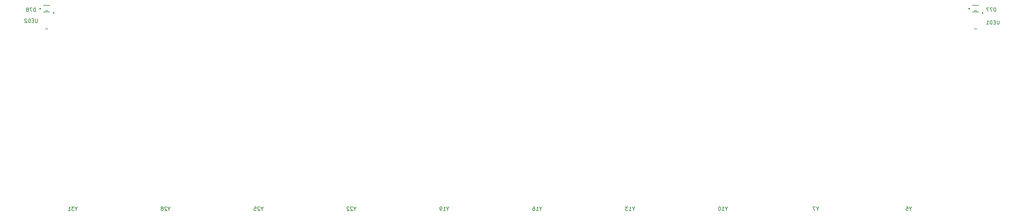
<source format=gbr>
%TF.GenerationSoftware,KiCad,Pcbnew,(5.1.5-0-10_14)*%
%TF.CreationDate,2021-01-27T10:41:07-07:00*%
%TF.ProjectId,NFCPower10,4e464350-6f77-4657-9231-302e6b696361,2*%
%TF.SameCoordinates,Original*%
%TF.FileFunction,Legend,Bot*%
%TF.FilePolarity,Positive*%
%FSLAX46Y46*%
G04 Gerber Fmt 4.6, Leading zero omitted, Abs format (unit mm)*
G04 Created by KiCad (PCBNEW (5.1.5-0-10_14)) date 2021-01-27 10:41:07*
%MOMM*%
%LPD*%
G04 APERTURE LIST*
%ADD10C,0.150000*%
%ADD11C,0.250000*%
G04 APERTURE END LIST*
D10*
%TO.C,UED2*%
X88825000Y-90450000D02*
X88175000Y-90450000D01*
X88825000Y-85550000D02*
X88175000Y-85550000D01*
D11*
X90525000Y-86125000D02*
G75*
G03X90525000Y-86125000I-125000J0D01*
G01*
D10*
%TO.C,UED1*%
X338825000Y-90450000D02*
X338175000Y-90450000D01*
X338825000Y-85550000D02*
X338175000Y-85550000D01*
D11*
X340525000Y-86125000D02*
G75*
G03X340525000Y-86125000I-125000J0D01*
G01*
D10*
%TO.C,D78*%
X87650000Y-85875000D02*
X89350000Y-85875000D01*
X87650000Y-84125000D02*
X89350000Y-84125000D01*
D11*
X86900000Y-85000000D02*
G75*
G03X86900000Y-85000000I-125000J0D01*
G01*
D10*
%TO.C,D77*%
X337650000Y-85875000D02*
X339350000Y-85875000D01*
X337650000Y-84125000D02*
X339350000Y-84125000D01*
D11*
X336900000Y-85000000D02*
G75*
G03X336900000Y-85000000I-125000J0D01*
G01*
%TO.C,Y31*%
D10*
X96452380Y-138976190D02*
X96452380Y-139452380D01*
X96785714Y-138452380D02*
X96452380Y-138976190D01*
X96119047Y-138452380D01*
X95880952Y-138452380D02*
X95261904Y-138452380D01*
X95595238Y-138833333D01*
X95452380Y-138833333D01*
X95357142Y-138880952D01*
X95309523Y-138928571D01*
X95261904Y-139023809D01*
X95261904Y-139261904D01*
X95309523Y-139357142D01*
X95357142Y-139404761D01*
X95452380Y-139452380D01*
X95738095Y-139452380D01*
X95833333Y-139404761D01*
X95880952Y-139357142D01*
X94309523Y-139452380D02*
X94880952Y-139452380D01*
X94595238Y-139452380D02*
X94595238Y-138452380D01*
X94690476Y-138595238D01*
X94785714Y-138690476D01*
X94880952Y-138738095D01*
%TO.C,Y28*%
X121452380Y-138976190D02*
X121452380Y-139452380D01*
X121785714Y-138452380D02*
X121452380Y-138976190D01*
X121119047Y-138452380D01*
X120833333Y-138547619D02*
X120785714Y-138500000D01*
X120690476Y-138452380D01*
X120452380Y-138452380D01*
X120357142Y-138500000D01*
X120309523Y-138547619D01*
X120261904Y-138642857D01*
X120261904Y-138738095D01*
X120309523Y-138880952D01*
X120880952Y-139452380D01*
X120261904Y-139452380D01*
X119690476Y-138880952D02*
X119785714Y-138833333D01*
X119833333Y-138785714D01*
X119880952Y-138690476D01*
X119880952Y-138642857D01*
X119833333Y-138547619D01*
X119785714Y-138500000D01*
X119690476Y-138452380D01*
X119500000Y-138452380D01*
X119404761Y-138500000D01*
X119357142Y-138547619D01*
X119309523Y-138642857D01*
X119309523Y-138690476D01*
X119357142Y-138785714D01*
X119404761Y-138833333D01*
X119500000Y-138880952D01*
X119690476Y-138880952D01*
X119785714Y-138928571D01*
X119833333Y-138976190D01*
X119880952Y-139071428D01*
X119880952Y-139261904D01*
X119833333Y-139357142D01*
X119785714Y-139404761D01*
X119690476Y-139452380D01*
X119500000Y-139452380D01*
X119404761Y-139404761D01*
X119357142Y-139357142D01*
X119309523Y-139261904D01*
X119309523Y-139071428D01*
X119357142Y-138976190D01*
X119404761Y-138928571D01*
X119500000Y-138880952D01*
%TO.C,Y25*%
X146452380Y-138976190D02*
X146452380Y-139452380D01*
X146785714Y-138452380D02*
X146452380Y-138976190D01*
X146119047Y-138452380D01*
X145833333Y-138547619D02*
X145785714Y-138500000D01*
X145690476Y-138452380D01*
X145452380Y-138452380D01*
X145357142Y-138500000D01*
X145309523Y-138547619D01*
X145261904Y-138642857D01*
X145261904Y-138738095D01*
X145309523Y-138880952D01*
X145880952Y-139452380D01*
X145261904Y-139452380D01*
X144357142Y-138452380D02*
X144833333Y-138452380D01*
X144880952Y-138928571D01*
X144833333Y-138880952D01*
X144738095Y-138833333D01*
X144500000Y-138833333D01*
X144404761Y-138880952D01*
X144357142Y-138928571D01*
X144309523Y-139023809D01*
X144309523Y-139261904D01*
X144357142Y-139357142D01*
X144404761Y-139404761D01*
X144500000Y-139452380D01*
X144738095Y-139452380D01*
X144833333Y-139404761D01*
X144880952Y-139357142D01*
%TO.C,Y22*%
X171452380Y-138976190D02*
X171452380Y-139452380D01*
X171785714Y-138452380D02*
X171452380Y-138976190D01*
X171119047Y-138452380D01*
X170833333Y-138547619D02*
X170785714Y-138500000D01*
X170690476Y-138452380D01*
X170452380Y-138452380D01*
X170357142Y-138500000D01*
X170309523Y-138547619D01*
X170261904Y-138642857D01*
X170261904Y-138738095D01*
X170309523Y-138880952D01*
X170880952Y-139452380D01*
X170261904Y-139452380D01*
X169880952Y-138547619D02*
X169833333Y-138500000D01*
X169738095Y-138452380D01*
X169500000Y-138452380D01*
X169404761Y-138500000D01*
X169357142Y-138547619D01*
X169309523Y-138642857D01*
X169309523Y-138738095D01*
X169357142Y-138880952D01*
X169928571Y-139452380D01*
X169309523Y-139452380D01*
%TO.C,Y19*%
X196452380Y-138976190D02*
X196452380Y-139452380D01*
X196785714Y-138452380D02*
X196452380Y-138976190D01*
X196119047Y-138452380D01*
X195261904Y-139452380D02*
X195833333Y-139452380D01*
X195547619Y-139452380D02*
X195547619Y-138452380D01*
X195642857Y-138595238D01*
X195738095Y-138690476D01*
X195833333Y-138738095D01*
X194785714Y-139452380D02*
X194595238Y-139452380D01*
X194500000Y-139404761D01*
X194452380Y-139357142D01*
X194357142Y-139214285D01*
X194309523Y-139023809D01*
X194309523Y-138642857D01*
X194357142Y-138547619D01*
X194404761Y-138500000D01*
X194500000Y-138452380D01*
X194690476Y-138452380D01*
X194785714Y-138500000D01*
X194833333Y-138547619D01*
X194880952Y-138642857D01*
X194880952Y-138880952D01*
X194833333Y-138976190D01*
X194785714Y-139023809D01*
X194690476Y-139071428D01*
X194500000Y-139071428D01*
X194404761Y-139023809D01*
X194357142Y-138976190D01*
X194309523Y-138880952D01*
%TO.C,Y16*%
X221452380Y-138976190D02*
X221452380Y-139452380D01*
X221785714Y-138452380D02*
X221452380Y-138976190D01*
X221119047Y-138452380D01*
X220261904Y-139452380D02*
X220833333Y-139452380D01*
X220547619Y-139452380D02*
X220547619Y-138452380D01*
X220642857Y-138595238D01*
X220738095Y-138690476D01*
X220833333Y-138738095D01*
X219404761Y-138452380D02*
X219595238Y-138452380D01*
X219690476Y-138500000D01*
X219738095Y-138547619D01*
X219833333Y-138690476D01*
X219880952Y-138880952D01*
X219880952Y-139261904D01*
X219833333Y-139357142D01*
X219785714Y-139404761D01*
X219690476Y-139452380D01*
X219500000Y-139452380D01*
X219404761Y-139404761D01*
X219357142Y-139357142D01*
X219309523Y-139261904D01*
X219309523Y-139023809D01*
X219357142Y-138928571D01*
X219404761Y-138880952D01*
X219500000Y-138833333D01*
X219690476Y-138833333D01*
X219785714Y-138880952D01*
X219833333Y-138928571D01*
X219880952Y-139023809D01*
%TO.C,Y13*%
X246452380Y-138976190D02*
X246452380Y-139452380D01*
X246785714Y-138452380D02*
X246452380Y-138976190D01*
X246119047Y-138452380D01*
X245261904Y-139452380D02*
X245833333Y-139452380D01*
X245547619Y-139452380D02*
X245547619Y-138452380D01*
X245642857Y-138595238D01*
X245738095Y-138690476D01*
X245833333Y-138738095D01*
X244928571Y-138452380D02*
X244309523Y-138452380D01*
X244642857Y-138833333D01*
X244500000Y-138833333D01*
X244404761Y-138880952D01*
X244357142Y-138928571D01*
X244309523Y-139023809D01*
X244309523Y-139261904D01*
X244357142Y-139357142D01*
X244404761Y-139404761D01*
X244500000Y-139452380D01*
X244785714Y-139452380D01*
X244880952Y-139404761D01*
X244928571Y-139357142D01*
%TO.C,Y10*%
X271452380Y-138976190D02*
X271452380Y-139452380D01*
X271785714Y-138452380D02*
X271452380Y-138976190D01*
X271119047Y-138452380D01*
X270261904Y-139452380D02*
X270833333Y-139452380D01*
X270547619Y-139452380D02*
X270547619Y-138452380D01*
X270642857Y-138595238D01*
X270738095Y-138690476D01*
X270833333Y-138738095D01*
X269642857Y-138452380D02*
X269547619Y-138452380D01*
X269452380Y-138500000D01*
X269404761Y-138547619D01*
X269357142Y-138642857D01*
X269309523Y-138833333D01*
X269309523Y-139071428D01*
X269357142Y-139261904D01*
X269404761Y-139357142D01*
X269452380Y-139404761D01*
X269547619Y-139452380D01*
X269642857Y-139452380D01*
X269738095Y-139404761D01*
X269785714Y-139357142D01*
X269833333Y-139261904D01*
X269880952Y-139071428D01*
X269880952Y-138833333D01*
X269833333Y-138642857D01*
X269785714Y-138547619D01*
X269738095Y-138500000D01*
X269642857Y-138452380D01*
%TO.C,Y7*%
X295976190Y-138976190D02*
X295976190Y-139452380D01*
X296309523Y-138452380D02*
X295976190Y-138976190D01*
X295642857Y-138452380D01*
X295404761Y-138452380D02*
X294738095Y-138452380D01*
X295166666Y-139452380D01*
%TO.C,Y5*%
X320976190Y-138976190D02*
X320976190Y-139452380D01*
X321309523Y-138452380D02*
X320976190Y-138976190D01*
X320642857Y-138452380D01*
X319833333Y-138452380D02*
X320309523Y-138452380D01*
X320357142Y-138928571D01*
X320309523Y-138880952D01*
X320214285Y-138833333D01*
X319976190Y-138833333D01*
X319880952Y-138880952D01*
X319833333Y-138928571D01*
X319785714Y-139023809D01*
X319785714Y-139261904D01*
X319833333Y-139357142D01*
X319880952Y-139404761D01*
X319976190Y-139452380D01*
X320214285Y-139452380D01*
X320309523Y-139404761D01*
X320357142Y-139357142D01*
%TO.C,UED2*%
X86063804Y-87764780D02*
X86063804Y-88574304D01*
X86016185Y-88669542D01*
X85968566Y-88717161D01*
X85873328Y-88764780D01*
X85682852Y-88764780D01*
X85587614Y-88717161D01*
X85539995Y-88669542D01*
X85492376Y-88574304D01*
X85492376Y-87764780D01*
X85016185Y-88240971D02*
X84682852Y-88240971D01*
X84539995Y-88764780D02*
X85016185Y-88764780D01*
X85016185Y-87764780D01*
X84539995Y-87764780D01*
X84111423Y-88764780D02*
X84111423Y-87764780D01*
X83873328Y-87764780D01*
X83730471Y-87812400D01*
X83635233Y-87907638D01*
X83587614Y-88002876D01*
X83539995Y-88193352D01*
X83539995Y-88336209D01*
X83587614Y-88526685D01*
X83635233Y-88621923D01*
X83730471Y-88717161D01*
X83873328Y-88764780D01*
X84111423Y-88764780D01*
X83159042Y-87860019D02*
X83111423Y-87812400D01*
X83016185Y-87764780D01*
X82778090Y-87764780D01*
X82682852Y-87812400D01*
X82635233Y-87860019D01*
X82587614Y-87955257D01*
X82587614Y-88050495D01*
X82635233Y-88193352D01*
X83206661Y-88764780D01*
X82587614Y-88764780D01*
%TO.C,UED1*%
X344889804Y-88221980D02*
X344889804Y-89031504D01*
X344842185Y-89126742D01*
X344794566Y-89174361D01*
X344699328Y-89221980D01*
X344508852Y-89221980D01*
X344413614Y-89174361D01*
X344365995Y-89126742D01*
X344318376Y-89031504D01*
X344318376Y-88221980D01*
X343842185Y-88698171D02*
X343508852Y-88698171D01*
X343365995Y-89221980D02*
X343842185Y-89221980D01*
X343842185Y-88221980D01*
X343365995Y-88221980D01*
X342937423Y-89221980D02*
X342937423Y-88221980D01*
X342699328Y-88221980D01*
X342556471Y-88269600D01*
X342461233Y-88364838D01*
X342413614Y-88460076D01*
X342365995Y-88650552D01*
X342365995Y-88793409D01*
X342413614Y-88983885D01*
X342461233Y-89079123D01*
X342556471Y-89174361D01*
X342699328Y-89221980D01*
X342937423Y-89221980D01*
X341413614Y-89221980D02*
X341985042Y-89221980D01*
X341699328Y-89221980D02*
X341699328Y-88221980D01*
X341794566Y-88364838D01*
X341889804Y-88460076D01*
X341985042Y-88507695D01*
%TO.C,D78*%
X85531366Y-85792980D02*
X85531366Y-84792980D01*
X85293271Y-84792980D01*
X85150414Y-84840600D01*
X85055176Y-84935838D01*
X85007557Y-85031076D01*
X84959938Y-85221552D01*
X84959938Y-85364409D01*
X85007557Y-85554885D01*
X85055176Y-85650123D01*
X85150414Y-85745361D01*
X85293271Y-85792980D01*
X85531366Y-85792980D01*
X84626604Y-84792980D02*
X83959938Y-84792980D01*
X84388509Y-85792980D01*
X83436128Y-85221552D02*
X83531366Y-85173933D01*
X83578985Y-85126314D01*
X83626604Y-85031076D01*
X83626604Y-84983457D01*
X83578985Y-84888219D01*
X83531366Y-84840600D01*
X83436128Y-84792980D01*
X83245652Y-84792980D01*
X83150414Y-84840600D01*
X83102795Y-84888219D01*
X83055176Y-84983457D01*
X83055176Y-85031076D01*
X83102795Y-85126314D01*
X83150414Y-85173933D01*
X83245652Y-85221552D01*
X83436128Y-85221552D01*
X83531366Y-85269171D01*
X83578985Y-85316790D01*
X83626604Y-85412028D01*
X83626604Y-85602504D01*
X83578985Y-85697742D01*
X83531366Y-85745361D01*
X83436128Y-85792980D01*
X83245652Y-85792980D01*
X83150414Y-85745361D01*
X83102795Y-85697742D01*
X83055176Y-85602504D01*
X83055176Y-85412028D01*
X83102795Y-85316790D01*
X83150414Y-85269171D01*
X83245652Y-85221552D01*
%TO.C,D77*%
X343950966Y-85742180D02*
X343950966Y-84742180D01*
X343712871Y-84742180D01*
X343570014Y-84789800D01*
X343474776Y-84885038D01*
X343427157Y-84980276D01*
X343379538Y-85170752D01*
X343379538Y-85313609D01*
X343427157Y-85504085D01*
X343474776Y-85599323D01*
X343570014Y-85694561D01*
X343712871Y-85742180D01*
X343950966Y-85742180D01*
X343046204Y-84742180D02*
X342379538Y-84742180D01*
X342808109Y-85742180D01*
X342093823Y-84742180D02*
X341427157Y-84742180D01*
X341855728Y-85742180D01*
%TD*%
M02*

</source>
